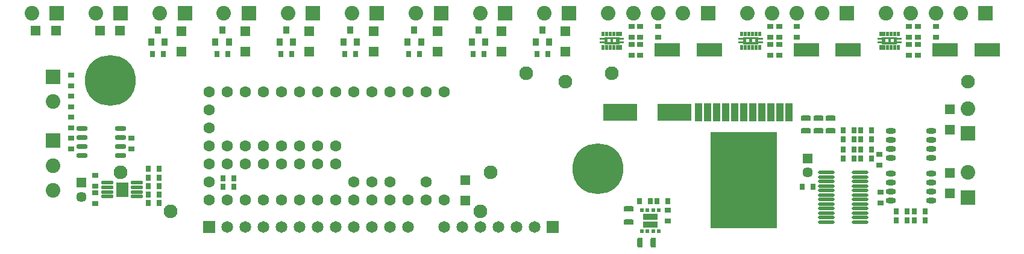
<source format=gts>
G04 Layer_Color=8388736*
%FSLAX25Y25*%
%MOIN*%
G70*
G01*
G75*
G04:AMPARAMS|DCode=67|XSize=36mil|YSize=28mil|CornerRadius=8.5mil|HoleSize=0mil|Usage=FLASHONLY|Rotation=180.000|XOffset=0mil|YOffset=0mil|HoleType=Round|Shape=RoundedRectangle|*
%AMROUNDEDRECTD67*
21,1,0.03600,0.01100,0,0,180.0*
21,1,0.01900,0.02800,0,0,180.0*
1,1,0.01700,-0.00950,0.00550*
1,1,0.01700,0.00950,0.00550*
1,1,0.01700,0.00950,-0.00550*
1,1,0.01700,-0.00950,-0.00550*
%
%ADD67ROUNDEDRECTD67*%
%ADD68O,0.06309X0.02962*%
%ADD69O,0.07087X0.02165*%
%ADD70R,0.06781X0.08041*%
G04:AMPARAMS|DCode=71|XSize=36mil|YSize=28mil|CornerRadius=8.5mil|HoleSize=0mil|Usage=FLASHONLY|Rotation=270.000|XOffset=0mil|YOffset=0mil|HoleType=Round|Shape=RoundedRectangle|*
%AMROUNDEDRECTD71*
21,1,0.03600,0.01100,0,0,270.0*
21,1,0.01900,0.02800,0,0,270.0*
1,1,0.01700,-0.00550,-0.00950*
1,1,0.01700,-0.00550,0.00950*
1,1,0.01700,0.00550,0.00950*
1,1,0.01700,0.00550,-0.00950*
%
%ADD71ROUNDEDRECTD71*%
G04:AMPARAMS|DCode=72|XSize=56mil|YSize=30mil|CornerRadius=9mil|HoleSize=0mil|Usage=FLASHONLY|Rotation=180.000|XOffset=0mil|YOffset=0mil|HoleType=Round|Shape=RoundedRectangle|*
%AMROUNDEDRECTD72*
21,1,0.05600,0.01200,0,0,180.0*
21,1,0.03800,0.03000,0,0,180.0*
1,1,0.01800,-0.01900,0.00600*
1,1,0.01800,0.01900,0.00600*
1,1,0.01800,0.01900,-0.00600*
1,1,0.01800,-0.01900,-0.00600*
%
%ADD72ROUNDEDRECTD72*%
%ADD73R,0.08031X0.03701*%
%ADD74R,0.02126X0.02323*%
G04:AMPARAMS|DCode=75|XSize=56mil|YSize=30mil|CornerRadius=9mil|HoleSize=0mil|Usage=FLASHONLY|Rotation=90.000|XOffset=0mil|YOffset=0mil|HoleType=Round|Shape=RoundedRectangle|*
%AMROUNDEDRECTD75*
21,1,0.05600,0.01200,0,0,90.0*
21,1,0.03800,0.03000,0,0,90.0*
1,1,0.01800,0.00600,0.01900*
1,1,0.01800,0.00600,-0.01900*
1,1,0.01800,-0.00600,-0.01900*
1,1,0.01800,-0.00600,0.01900*
%
%ADD75ROUNDEDRECTD75*%
%ADD76O,0.09261X0.01978*%
%ADD77O,0.05758X0.03159*%
%ADD78R,0.14183X0.07687*%
%ADD79R,0.05324X0.05324*%
%ADD80R,0.05324X0.05324*%
%ADD81R,0.03758X0.04427*%
%ADD82R,0.03986X0.10088*%
%ADD83R,0.36529X0.53238*%
%ADD84R,0.01496X0.02363*%
%ADD85R,0.01496X0.02362*%
%ADD86R,0.18513X0.09655*%
%ADD87C,0.00600*%
%ADD88C,0.07600*%
%ADD89R,0.06506X0.06506*%
%ADD90C,0.06506*%
%ADD91C,0.06300*%
%ADD92C,0.08080*%
%ADD93R,0.08080X0.08080*%
%ADD94C,0.05718*%
%ADD95R,0.05718X0.05718*%
%ADD96R,0.08080X0.08080*%
%ADD97C,0.28159*%
%ADD98C,0.03356*%
G36*
X413636Y119929D02*
X416142D01*
Y118945D01*
X413636D01*
Y117961D01*
X416142D01*
Y116976D01*
X413636D01*
Y116431D01*
X405262D01*
Y116976D01*
X402756D01*
Y117961D01*
X405262D01*
Y118945D01*
X402756D01*
Y119929D01*
X405262D01*
Y120474D01*
X413636D01*
Y119929D01*
D02*
G37*
G36*
X490407D02*
X492913D01*
Y118945D01*
X490407D01*
Y117961D01*
X492913D01*
Y116976D01*
X490407D01*
Y116431D01*
X482033D01*
Y116976D01*
X479528D01*
Y117961D01*
X482033D01*
Y118945D01*
X479528D01*
Y119929D01*
X482033D01*
Y120474D01*
X490407D01*
Y119929D01*
D02*
G37*
G36*
X336456Y113418D02*
X334803D01*
Y115938D01*
X336456D01*
Y113418D01*
D02*
G37*
G36*
X338425D02*
X336772D01*
Y115938D01*
X338425D01*
Y113418D01*
D02*
G37*
G36*
X336864Y119929D02*
X339370D01*
Y118945D01*
X336864D01*
Y117961D01*
X339370D01*
Y116976D01*
X336864D01*
Y116431D01*
X328490D01*
Y116976D01*
X325984D01*
Y117961D01*
X328490D01*
Y118945D01*
X325984D01*
Y119929D01*
X328490D01*
Y120474D01*
X336864D01*
Y119929D01*
D02*
G37*
G36*
X411260Y113418D02*
X409606D01*
Y115938D01*
X411260D01*
Y113418D01*
D02*
G37*
G36*
X409291D02*
X407638D01*
Y115938D01*
X409291D01*
Y113418D01*
D02*
G37*
G36*
X415197D02*
X413543D01*
Y115938D01*
X415197D01*
Y113418D01*
D02*
G37*
G36*
X413228D02*
X411575D01*
Y115938D01*
X413228D01*
Y113418D01*
D02*
G37*
G36*
X334488Y113418D02*
X332835D01*
Y115938D01*
X334488D01*
Y113418D01*
D02*
G37*
G36*
X486063Y113418D02*
X484410D01*
Y115938D01*
X486063D01*
Y113418D01*
D02*
G37*
G36*
X488031D02*
X486378D01*
Y115938D01*
X488031D01*
Y113418D01*
D02*
G37*
G36*
X482126D02*
X480473D01*
Y115938D01*
X482126D01*
Y113418D01*
D02*
G37*
G36*
X484094D02*
X482441D01*
Y115938D01*
X484094D01*
Y113418D01*
D02*
G37*
G36*
X490000D02*
X488347D01*
Y115938D01*
X490000D01*
Y113418D01*
D02*
G37*
G36*
X330551Y113418D02*
X328898D01*
Y115938D01*
X330551D01*
Y113418D01*
D02*
G37*
G36*
X332519D02*
X330866D01*
Y115938D01*
X332519D01*
Y113418D01*
D02*
G37*
G36*
X491968Y113418D02*
X490315D01*
Y115938D01*
X491968D01*
Y113418D01*
D02*
G37*
G36*
X328582Y113418D02*
X326929D01*
Y115938D01*
X328582D01*
Y113418D01*
D02*
G37*
G36*
X407323Y113418D02*
X405669D01*
Y115938D01*
X407323D01*
Y113418D01*
D02*
G37*
G36*
X491968Y120967D02*
X490315D01*
Y123487D01*
X491968D01*
Y120967D01*
D02*
G37*
G36*
X328582Y120967D02*
X326929D01*
Y123487D01*
X328582D01*
Y120967D01*
D02*
G37*
G36*
X488031Y120967D02*
X486378D01*
Y123487D01*
X488031D01*
Y120967D01*
D02*
G37*
G36*
X490000D02*
X488347D01*
Y123487D01*
X490000D01*
Y120967D01*
D02*
G37*
G36*
X330551Y120967D02*
X328898D01*
Y123487D01*
X330551D01*
Y120967D01*
D02*
G37*
G36*
X336456D02*
X334803D01*
Y123487D01*
X336456D01*
Y120967D01*
D02*
G37*
G36*
X338425D02*
X336772D01*
Y123487D01*
X338425D01*
Y120967D01*
D02*
G37*
G36*
X332519D02*
X330866D01*
Y123487D01*
X332519D01*
Y120967D01*
D02*
G37*
G36*
X334488D02*
X332835D01*
Y123487D01*
X334488D01*
Y120967D01*
D02*
G37*
G36*
X486063Y120967D02*
X484410D01*
Y123487D01*
X486063D01*
Y120967D01*
D02*
G37*
G36*
X407323D02*
X405669D01*
Y123487D01*
X407323D01*
Y120967D01*
D02*
G37*
G36*
X409291D02*
X407638D01*
Y123487D01*
X409291D01*
Y120967D01*
D02*
G37*
G36*
X405354Y113418D02*
X403701D01*
Y115938D01*
X405354D01*
Y113418D01*
D02*
G37*
G36*
Y120967D02*
X403701D01*
Y123487D01*
X405354D01*
Y120967D01*
D02*
G37*
G36*
X411260D02*
X409606D01*
Y123487D01*
X411260D01*
Y120967D01*
D02*
G37*
G36*
X482126D02*
X480473D01*
Y123487D01*
X482126D01*
Y120967D01*
D02*
G37*
G36*
X484094D02*
X482441D01*
Y123487D01*
X484094D01*
Y120967D01*
D02*
G37*
G36*
X413228D02*
X411575D01*
Y123487D01*
X413228D01*
Y120967D01*
D02*
G37*
G36*
X415197D02*
X413543D01*
Y123487D01*
X415197D01*
Y120967D01*
D02*
G37*
%LPC*%
G36*
X408686Y119240D02*
X407111D01*
Y117665D01*
X408686D01*
Y119240D01*
D02*
G37*
G36*
X411786D02*
X410211D01*
Y117665D01*
X411786D01*
Y119240D01*
D02*
G37*
G36*
X488558D02*
X486983D01*
Y117665D01*
X488558D01*
Y119240D01*
D02*
G37*
G36*
X485458D02*
X483883D01*
Y117665D01*
X485458D01*
Y119240D01*
D02*
G37*
G36*
X331914Y119240D02*
X330340D01*
Y117665D01*
X331914D01*
Y119240D01*
D02*
G37*
G36*
X335015D02*
X333440D01*
Y117665D01*
X335015D01*
Y119240D01*
D02*
G37*
%LPD*%
D67*
X66929Y64417D02*
D03*
Y58417D02*
D03*
X33465Y93457D02*
D03*
Y99457D02*
D03*
Y81646D02*
D03*
Y87646D02*
D03*
Y70228D02*
D03*
Y76228D02*
D03*
Y58417D02*
D03*
Y64417D02*
D03*
X47047Y43748D02*
D03*
Y37748D02*
D03*
Y27953D02*
D03*
Y33953D02*
D03*
X363681Y24457D02*
D03*
Y18457D02*
D03*
X481299Y28496D02*
D03*
Y34496D02*
D03*
X480709Y49362D02*
D03*
Y55362D02*
D03*
X497047Y126374D02*
D03*
Y120374D02*
D03*
X420275Y126374D02*
D03*
Y120374D02*
D03*
X343504Y126374D02*
D03*
Y120374D02*
D03*
X501968Y126374D02*
D03*
Y120374D02*
D03*
X425197Y126374D02*
D03*
Y120374D02*
D03*
X348425Y126374D02*
D03*
Y120374D02*
D03*
X497047Y110531D02*
D03*
Y116531D02*
D03*
X420275Y110531D02*
D03*
Y116531D02*
D03*
X343504Y110531D02*
D03*
Y116531D02*
D03*
X501968D02*
D03*
Y110531D02*
D03*
X425197Y116531D02*
D03*
Y110531D02*
D03*
X348425Y116531D02*
D03*
Y110531D02*
D03*
X511811Y120327D02*
D03*
Y126327D02*
D03*
X435039Y120327D02*
D03*
Y126327D02*
D03*
X358268Y120327D02*
D03*
Y126327D02*
D03*
D68*
X60925Y54901D02*
D03*
Y59901D02*
D03*
Y64902D02*
D03*
Y69902D02*
D03*
X39469Y54901D02*
D03*
Y59901D02*
D03*
Y64902D02*
D03*
Y69902D02*
D03*
D69*
X70078Y31988D02*
D03*
Y34547D02*
D03*
Y37106D02*
D03*
Y39665D02*
D03*
X53543Y31988D02*
D03*
Y34547D02*
D03*
Y37106D02*
D03*
Y39665D02*
D03*
D70*
X61810Y35827D02*
D03*
D71*
X76134Y28347D02*
D03*
X82134D02*
D03*
X82134Y33071D02*
D03*
X76134D02*
D03*
X76134Y37795D02*
D03*
X82134D02*
D03*
X76134Y42520D02*
D03*
X82134D02*
D03*
X76134Y47244D02*
D03*
X82134D02*
D03*
X123472Y37402D02*
D03*
X117472D02*
D03*
X123472Y42126D02*
D03*
X117472D02*
D03*
X347933Y29331D02*
D03*
X353933D02*
D03*
X357681D02*
D03*
X363681D02*
D03*
X499953Y18701D02*
D03*
X505953D02*
D03*
X499953Y23622D02*
D03*
X505953D02*
D03*
X490110Y18701D02*
D03*
X496110D02*
D03*
X490110Y23622D02*
D03*
X496110D02*
D03*
X443945Y37401D02*
D03*
X437945D02*
D03*
X476425Y53051D02*
D03*
X470425D02*
D03*
X476425Y58071D02*
D03*
X470425D02*
D03*
X476425Y68898D02*
D03*
X470425D02*
D03*
X466583Y53051D02*
D03*
X460583D02*
D03*
Y58071D02*
D03*
X466583D02*
D03*
Y63878D02*
D03*
X460583D02*
D03*
Y68898D02*
D03*
X466583D02*
D03*
X476425Y63878D02*
D03*
X470425D02*
D03*
X78693Y111221D02*
D03*
X84693D02*
D03*
X114127D02*
D03*
X120126D02*
D03*
X149559D02*
D03*
X155560D02*
D03*
X184993D02*
D03*
X190992D02*
D03*
X220426D02*
D03*
X226426D02*
D03*
X255859D02*
D03*
X261859D02*
D03*
X291292D02*
D03*
X297292D02*
D03*
D72*
X342027Y25057D02*
D03*
Y17857D02*
D03*
X453740Y68250D02*
D03*
Y75450D02*
D03*
X446850Y68250D02*
D03*
Y75450D02*
D03*
X439961Y68250D02*
D03*
Y75450D02*
D03*
D73*
X353937Y16535D02*
D03*
Y20866D02*
D03*
D74*
X358661Y24508D02*
D03*
X355512D02*
D03*
X352362D02*
D03*
X349213D02*
D03*
Y12894D02*
D03*
X352362D02*
D03*
X355512D02*
D03*
X358661D02*
D03*
D75*
X355569Y6299D02*
D03*
X348369D02*
D03*
D76*
X451181Y45246D02*
D03*
Y42746D02*
D03*
Y40246D02*
D03*
Y37746D02*
D03*
Y35246D02*
D03*
Y32746D02*
D03*
Y30246D02*
D03*
Y27746D02*
D03*
Y25246D02*
D03*
Y22746D02*
D03*
Y20246D02*
D03*
Y17746D02*
D03*
X470079Y45246D02*
D03*
Y42746D02*
D03*
Y40246D02*
D03*
Y37746D02*
D03*
Y35246D02*
D03*
Y32746D02*
D03*
Y30246D02*
D03*
Y27746D02*
D03*
Y25246D02*
D03*
Y22746D02*
D03*
Y20246D02*
D03*
Y17746D02*
D03*
D77*
X486831Y44902D02*
D03*
Y39902D02*
D03*
Y34902D02*
D03*
Y29902D02*
D03*
X509232Y44902D02*
D03*
Y39902D02*
D03*
Y34902D02*
D03*
Y29902D02*
D03*
X486831Y68524D02*
D03*
Y63524D02*
D03*
Y58524D02*
D03*
Y53524D02*
D03*
X509232Y68524D02*
D03*
Y63524D02*
D03*
Y58524D02*
D03*
Y53524D02*
D03*
D78*
X516929Y113484D02*
D03*
X540158D02*
D03*
X440158D02*
D03*
X463386D02*
D03*
X363386D02*
D03*
X386614D02*
D03*
D79*
X60748Y124016D02*
D03*
X25315D02*
D03*
X519685Y80433D02*
D03*
X519685Y45000D02*
D03*
X94489Y123740D02*
D03*
X129922Y123740D02*
D03*
X165355Y123740D02*
D03*
X200788Y123740D02*
D03*
X236221D02*
D03*
X271654D02*
D03*
X307087Y123740D02*
D03*
X251575Y29803D02*
D03*
D80*
X49488Y124016D02*
D03*
X14055D02*
D03*
X519685Y69173D02*
D03*
X519685Y33740D02*
D03*
X94489Y112480D02*
D03*
X129922Y112480D02*
D03*
X165355Y112480D02*
D03*
X200788Y112480D02*
D03*
X236221D02*
D03*
X271654D02*
D03*
X307087D02*
D03*
X251575Y41063D02*
D03*
D81*
X81693Y124547D02*
D03*
X85434Y117579D02*
D03*
X77953D02*
D03*
X117127Y124547D02*
D03*
X120867Y117579D02*
D03*
X113386D02*
D03*
X152559Y124547D02*
D03*
X156300Y117579D02*
D03*
X148819D02*
D03*
X187993Y124547D02*
D03*
X191733Y117579D02*
D03*
X184253D02*
D03*
X223426Y124547D02*
D03*
X227166Y117579D02*
D03*
X219686D02*
D03*
X258859Y124547D02*
D03*
X262599Y117579D02*
D03*
X255118D02*
D03*
X294292Y124547D02*
D03*
X298032Y117579D02*
D03*
X290552D02*
D03*
D82*
X430512Y78898D02*
D03*
X425512D02*
D03*
X420512D02*
D03*
X415512D02*
D03*
X410512D02*
D03*
X405512D02*
D03*
X400512D02*
D03*
X395512D02*
D03*
X390512D02*
D03*
X385512D02*
D03*
X380512D02*
D03*
D83*
X405512Y41102D02*
D03*
D84*
X491142Y122227D02*
D03*
X414370D02*
D03*
X337598D02*
D03*
D85*
X489173D02*
D03*
X487205D02*
D03*
X485236D02*
D03*
X483268D02*
D03*
X481299D02*
D03*
Y114678D02*
D03*
X483268D02*
D03*
X485236D02*
D03*
X487205D02*
D03*
X489173D02*
D03*
X491142D02*
D03*
X414370D02*
D03*
X412401D02*
D03*
X410433D02*
D03*
X408464D02*
D03*
X406496D02*
D03*
X404528D02*
D03*
Y122227D02*
D03*
X406496D02*
D03*
X408464D02*
D03*
X410433D02*
D03*
X412401D02*
D03*
X335630D02*
D03*
X333662D02*
D03*
X331693D02*
D03*
X329725D02*
D03*
X327756D02*
D03*
Y114678D02*
D03*
X329725D02*
D03*
X331693D02*
D03*
X333662D02*
D03*
X335630D02*
D03*
X337598D02*
D03*
D86*
X367323Y78740D02*
D03*
X337402D02*
D03*
D87*
X541339Y11811D02*
D03*
X11811D02*
D03*
D88*
X332677Y100394D02*
D03*
X285433D02*
D03*
X307087Y95669D02*
D03*
X529528D02*
D03*
X88583Y23622D02*
D03*
X259842D02*
D03*
X61024Y45276D02*
D03*
X265748D02*
D03*
D89*
X110000Y15000D02*
D03*
X300000Y15000D02*
D03*
D90*
X120000Y15000D02*
D03*
X130000D02*
D03*
X140000D02*
D03*
X150000D02*
D03*
X160000D02*
D03*
X170000D02*
D03*
X180000D02*
D03*
X190000D02*
D03*
X200000D02*
D03*
X210000D02*
D03*
X220000D02*
D03*
X280000Y15000D02*
D03*
X290000D02*
D03*
X270000D02*
D03*
X260000D02*
D03*
X250000D02*
D03*
X240000D02*
D03*
D91*
X180000Y60000D02*
D03*
X170000D02*
D03*
X180000Y50000D02*
D03*
X170000D02*
D03*
X160000D02*
D03*
X150000D02*
D03*
X140000D02*
D03*
X130000D02*
D03*
X160000Y60000D02*
D03*
X150000D02*
D03*
X140000D02*
D03*
X130000D02*
D03*
X120000Y50000D02*
D03*
Y60000D02*
D03*
X190000Y40000D02*
D03*
X200000D02*
D03*
X210000D02*
D03*
X230000D02*
D03*
X240000Y30000D02*
D03*
X230000D02*
D03*
X220000D02*
D03*
X210000D02*
D03*
X200000D02*
D03*
X190000D02*
D03*
X180000D02*
D03*
X170000D02*
D03*
X160000D02*
D03*
X150000D02*
D03*
X140000D02*
D03*
X130000D02*
D03*
X120000D02*
D03*
X110000D02*
D03*
Y40000D02*
D03*
Y50000D02*
D03*
Y60000D02*
D03*
Y70000D02*
D03*
Y80000D02*
D03*
Y90000D02*
D03*
X120000D02*
D03*
X130000D02*
D03*
X140000D02*
D03*
X150000D02*
D03*
X160000D02*
D03*
X170000D02*
D03*
X180000D02*
D03*
X190000D02*
D03*
X200000D02*
D03*
X210000D02*
D03*
X220000D02*
D03*
X230000D02*
D03*
X240000D02*
D03*
D92*
X23622Y35433D02*
D03*
Y49212D02*
D03*
Y84646D02*
D03*
X529528Y80709D02*
D03*
Y45276D02*
D03*
X448819Y133858D02*
D03*
X435039D02*
D03*
X421260D02*
D03*
X407480D02*
D03*
X82678D02*
D03*
X118111D02*
D03*
X153544D02*
D03*
X188977D02*
D03*
X224410D02*
D03*
X259843D02*
D03*
X295276D02*
D03*
X525591D02*
D03*
X511811D02*
D03*
X498032D02*
D03*
X484252D02*
D03*
X372047D02*
D03*
X358268D02*
D03*
X344488D02*
D03*
X330709D02*
D03*
X11811D02*
D03*
X47244D02*
D03*
D93*
X23622Y62992D02*
D03*
Y98425D02*
D03*
X529528Y66929D02*
D03*
Y31496D02*
D03*
D94*
X39173Y31890D02*
D03*
X440945Y45276D02*
D03*
D95*
X39173Y39764D02*
D03*
X440945Y53150D02*
D03*
D96*
X462599Y133858D02*
D03*
X96457D02*
D03*
X131890D02*
D03*
X167323D02*
D03*
X202756D02*
D03*
X238190D02*
D03*
X273622D02*
D03*
X309056D02*
D03*
X539370D02*
D03*
X385827D02*
D03*
X25591D02*
D03*
X61024D02*
D03*
D97*
X55118Y96457D02*
D03*
X324803Y47244D02*
D03*
D98*
X355807Y16535D02*
D03*
X351870D02*
D03*
Y20866D02*
D03*
X355807D02*
D03*
M02*

</source>
